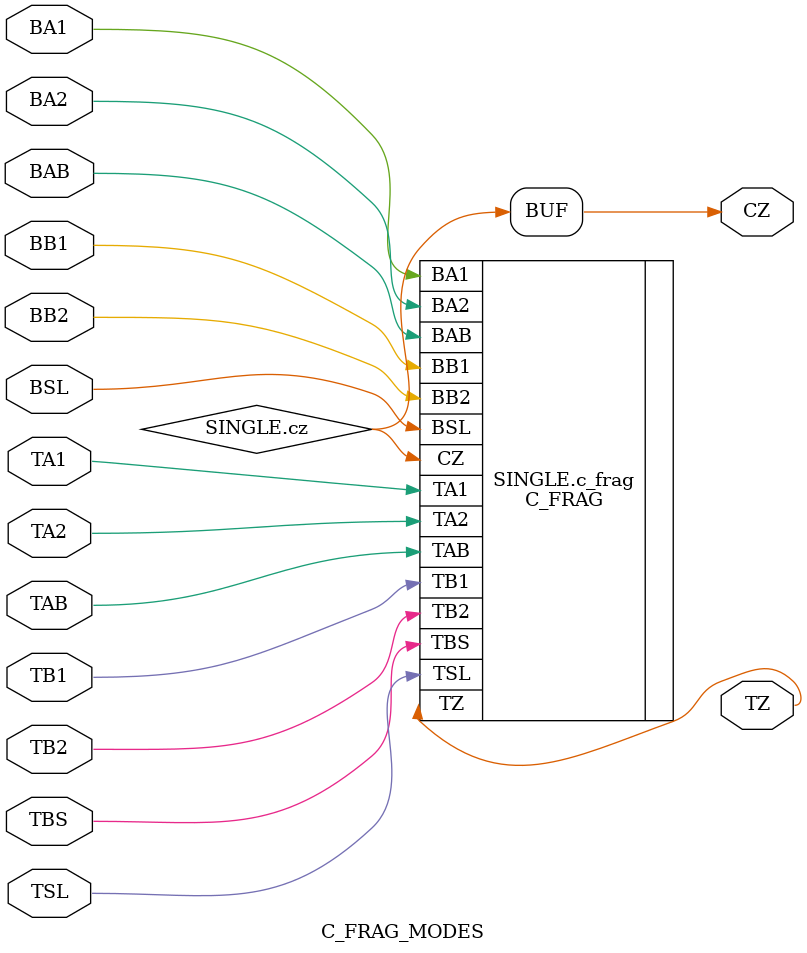
<source format=v>
`include "./c_frag.sim.v"
`include "./t_frag.sim.v"
`include "./b_frag.sim.v"

(* MODES="SINGLE;SPLIT" *)
module C_FRAG_MODES (TBS, TAB, TSL, TA1, TA2, TB1, TB2, BAB, BSL, BA1, BA2, BB1, BB2, TZ, CZ);

    // Routing ports
    input  wire TBS;

    input  wire TAB;
    input  wire TSL;
    input  wire TA1;
    input  wire TA2;
    input  wire TB1;
    input  wire TB2;

    input  wire BAB;
    input  wire BSL;
    input  wire BA1;
    input  wire BA2;
    input  wire BB1;
    input  wire BB2;

    output wire TZ;
    output wire CZ;

    parameter MODE = "SINGLE";

    // A single C_FRAG
    generate if (MODE == "SINGLE") begin : SINGLE

        (* pack="C_FRAG_to_FF" *)
        wire cz;

        C_FRAG c_frag (
            .TBS(TBS),
            .TAB(TAB),
            .TSL(TSL),
            .TA1(TA1),
            .TA2(TA2),
            .TB1(TB1),
            .TB2(TB2),
            .TZ (TZ),
            .BAB(BAB),
            .BSL(BSL),
            .BA1(BA1),
            .BA2(BA2),
            .BB1(BB1),
            .BB2(BB2),
            .CZ (cz)
        );

        assign CZ = cz;

    // A split C_FRAG consisting of a T_FRAG and a B_FRAG, both can host the
    // same cells.
    end if (MODE == "SPLIT") begin : SPLIT

        (* pack="B_FRAG_to_FF" *)
        wire cz;

        // The top part a.k.a. T_FRAG
        T_FRAG t_frag (
            .TBS(TBS),
            .XAB(TAB),
            .XSL(TSL),
            .XA1(TA1),
            .XA2(TA2),
            .XB1(TB1),
            .XB2(TB2),
            .XZ (TZ)
        );

        // The bottom part a.k.a. B_FRAG
        B_FRAG b_frag (
            .TBS(TBS),
            .XAB(BAB),
            .XSL(BSL),
            .XA1(BA1),
            .XA2(BA2),
            .XB1(BB1),
            .XB2(BB2),
            .XZ (cz)
        );

        assign CZ = cz;

    end endgenerate

endmodule

</source>
